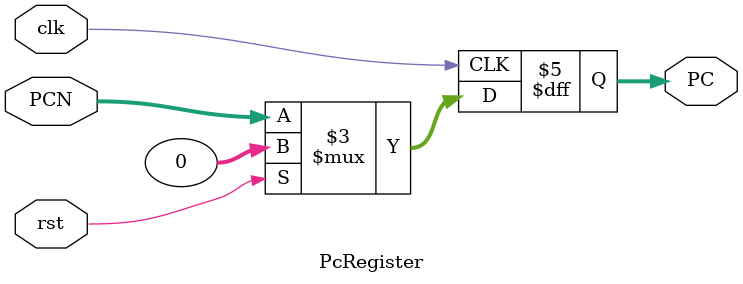
<source format=sv>
module PcRegister #(parameter W = 32)(
    input logic clk,
    input logic rst,
    input logic [W-1: 0] PCN,
    output logic [W-1: 0] PC
);

always_ff@(posedge clk)
    if (rst) PC <= {W{1'b0}};
    else PC <= PCN;

endmodule



</source>
